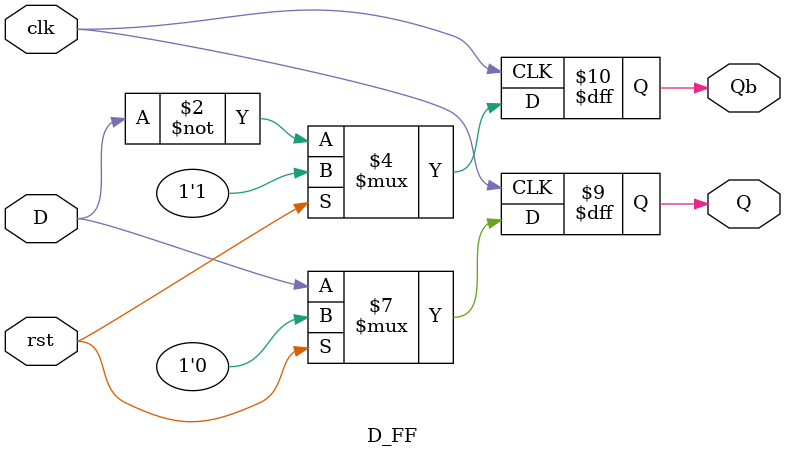
<source format=v>
module D_FF(D,clk,rst,Q,Qb);
  input D,clk,rst;
  output reg Q,Qb;
  
  always@(posedge clk)
  begin
    if(rst)
      begin
        Q<=0;
        Qb<=1;
      end
    else
      begin
        Q <= D;
        Qb<= ~D;
      end
  end
endmodule

</source>
